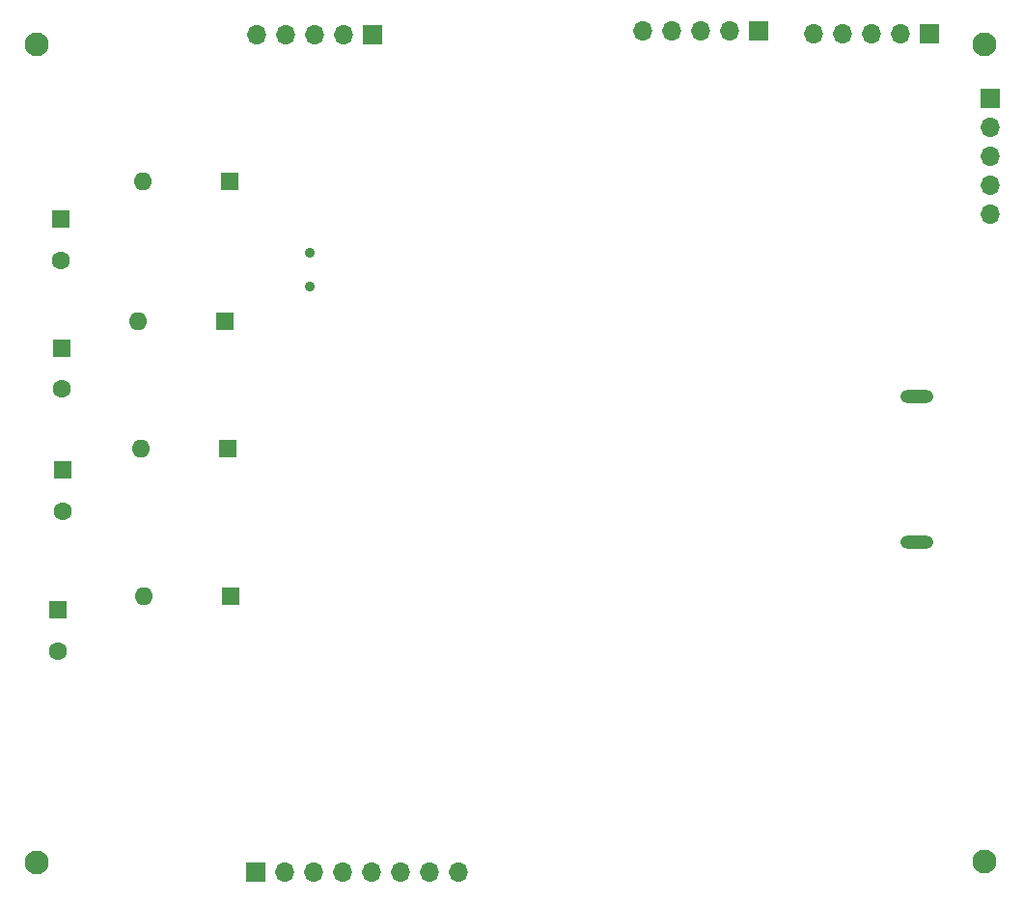
<source format=gbr>
%TF.GenerationSoftware,KiCad,Pcbnew,8.0.8*%
%TF.CreationDate,2025-03-12T15:40:14-04:00*%
%TF.ProjectId,ECE477-SeniorDesign,45434534-3737-42d5-9365-6e696f724465,rev?*%
%TF.SameCoordinates,Original*%
%TF.FileFunction,Soldermask,Bot*%
%TF.FilePolarity,Negative*%
%FSLAX46Y46*%
G04 Gerber Fmt 4.6, Leading zero omitted, Abs format (unit mm)*
G04 Created by KiCad (PCBNEW 8.0.8) date 2025-03-12 15:40:14*
%MOMM*%
%LPD*%
G01*
G04 APERTURE LIST*
G04 Aperture macros list*
%AMRoundRect*
0 Rectangle with rounded corners*
0 $1 Rounding radius*
0 $2 $3 $4 $5 $6 $7 $8 $9 X,Y pos of 4 corners*
0 Add a 4 corners polygon primitive as box body*
4,1,4,$2,$3,$4,$5,$6,$7,$8,$9,$2,$3,0*
0 Add four circle primitives for the rounded corners*
1,1,$1+$1,$2,$3*
1,1,$1+$1,$4,$5*
1,1,$1+$1,$6,$7*
1,1,$1+$1,$8,$9*
0 Add four rect primitives between the rounded corners*
20,1,$1+$1,$2,$3,$4,$5,0*
20,1,$1+$1,$4,$5,$6,$7,0*
20,1,$1+$1,$6,$7,$8,$9,0*
20,1,$1+$1,$8,$9,$2,$3,0*%
G04 Aperture macros list end*
%ADD10R,1.700000X1.700000*%
%ADD11O,1.700000X1.700000*%
%ADD12RoundRect,0.250000X-0.550000X0.550000X-0.550000X-0.550000X0.550000X-0.550000X0.550000X0.550000X0*%
%ADD13C,1.600000*%
%ADD14R,1.600000X1.600000*%
%ADD15O,1.600000X1.600000*%
%ADD16C,2.100000*%
%ADD17C,0.900000*%
%ADD18O,2.900000X1.200000*%
G04 APERTURE END LIST*
D10*
%TO.C,EinkDispCon1*%
X134240000Y-120600000D03*
D11*
X136780000Y-120600000D03*
X139320000Y-120600000D03*
X141860000Y-120600000D03*
X144400000Y-120600000D03*
X146940000Y-120600000D03*
X149480000Y-120600000D03*
X152020000Y-120600000D03*
%TD*%
D10*
%TO.C,J3*%
X193325000Y-47050000D03*
D11*
X190785000Y-47050000D03*
X188245000Y-47050000D03*
X185705000Y-47050000D03*
X183165000Y-47050000D03*
%TD*%
D10*
%TO.C,J2*%
X144490000Y-47150000D03*
D11*
X141950000Y-47150000D03*
X139410000Y-47150000D03*
X136870000Y-47150000D03*
X134330000Y-47150000D03*
%TD*%
D10*
%TO.C,J1*%
X198650000Y-52720000D03*
D11*
X198650000Y-55260000D03*
X198650000Y-57800000D03*
X198650000Y-60340000D03*
X198650000Y-62880000D03*
%TD*%
D10*
%TO.C,J4*%
X178380000Y-46800000D03*
D11*
X175840000Y-46800000D03*
X173300000Y-46800000D03*
X170760000Y-46800000D03*
X168220000Y-46800000D03*
%TD*%
D12*
%TO.C,J12*%
X116900000Y-97600000D03*
D13*
X116900000Y-101200000D03*
%TD*%
D12*
%TO.C,J10*%
X117350000Y-85350000D03*
D13*
X117350000Y-88950000D03*
%TD*%
D12*
%TO.C,J9*%
X117250000Y-74650000D03*
D13*
X117250000Y-78250000D03*
%TD*%
D12*
%TO.C,J5*%
X117150000Y-63350000D03*
D13*
X117150000Y-66950000D03*
%TD*%
D14*
%TO.C,D4*%
X132000000Y-60000000D03*
D15*
X124380000Y-60000000D03*
%TD*%
D16*
%TO.C,H2*%
X115000000Y-119800000D03*
%TD*%
%TO.C,H4*%
X198200000Y-119700000D03*
%TD*%
D17*
%TO.C,SWBOOT1*%
X138990000Y-66250000D03*
X138990000Y-69250000D03*
%TD*%
D14*
%TO.C,D6*%
X131750000Y-83500000D03*
D15*
X124130000Y-83500000D03*
%TD*%
D14*
%TO.C,D5*%
X131560000Y-72250000D03*
D15*
X123940000Y-72250000D03*
%TD*%
D16*
%TO.C,H1*%
X115000000Y-48000000D03*
%TD*%
D18*
%TO.C,J7*%
X192210000Y-91650000D03*
X192210000Y-78850000D03*
%TD*%
D16*
%TO.C,H3*%
X198200000Y-48000000D03*
%TD*%
D14*
%TO.C,D7*%
X132030499Y-96400000D03*
D15*
X124410499Y-96400000D03*
%TD*%
M02*

</source>
